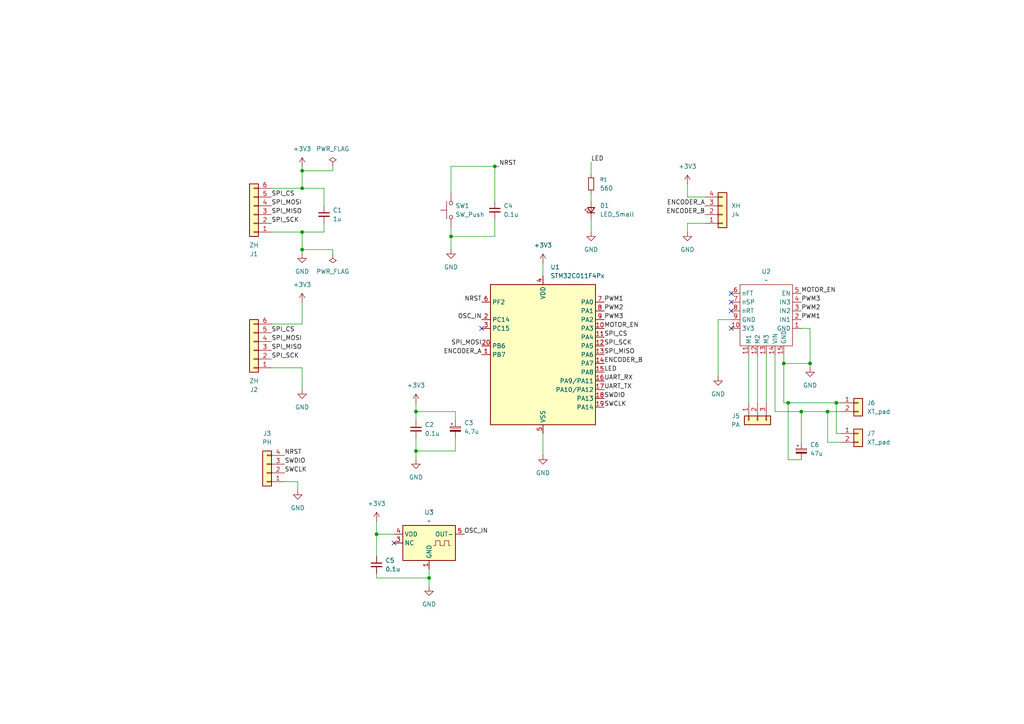
<source format=kicad_sch>
(kicad_sch (version 20250114) (generator "eeschema") (generator_version "9.0")
  (paper "A4")
  (lib_symbols
    (symbol "Connector_Generic:Conn_01x02" (pin_names (offset 1.016) (hide yes))
      (property "Reference" "J" (at 0 2.54 0))
      (property "Value" "Conn_01x02" (at 0 -5.08 0))
      (symbol "Conn_01x02_1_1"
        (rectangle (start -1.27 1.27) (end 1.27 -3.81) (stroke (width 0.254)) (fill (type background)))
        (rectangle (start -1.27 0.127) (end 0 -0.127) (stroke (width 0.1524)))
        (rectangle (start -1.27 -2.413) (end 0 -2.667) (stroke (width 0.1524)))
        (pin passive line (at -5.08 0 0) (length 3.81) (name "Pin_1") (number "1"))
        (pin passive line (at -5.08 -2.54 0) (length 3.81) (name "Pin_2") (number "2"))
      )
    )
    (symbol "Connector_Generic:Conn_01x03" (pin_names (offset 1.016) (hide yes))
      (property "Reference" "J" (at 0 5.08 0))
      (property "Value" "Conn_01x03" (at 0 -5.08 0))
      (symbol "Conn_01x03_1_1"
        (rectangle (start -1.27 3.81) (end 1.27 -3.81) (stroke (width 0.254)) (fill (type background)))
        (rectangle (start -1.27 2.667) (end 0 2.413) (stroke (width 0.1524)))
        (rectangle (start -1.27 0.127) (end 0 -0.127) (stroke (width 0.1524)))
        (rectangle (start -1.27 -2.413) (end 0 -2.667) (stroke (width 0.1524)))
        (pin passive line (at -5.08 2.54 0) (length 3.81) (name "Pin_1") (number "1"))
        (pin passive line (at -5.08 0 0) (length 3.81) (name "Pin_2") (number "2"))
        (pin passive line (at -5.08 -2.54 0) (length 3.81) (name "Pin_3") (number "3"))
      )
    )
    (symbol "Connector_Generic:Conn_01x04" (pin_names (offset 1.016) (hide yes))
      (property "Reference" "J" (at 0 5.08 0))
      (property "Value" "Conn_01x04" (at 0 -7.62 0))
      (symbol "Conn_01x04_1_1"
        (rectangle (start -1.27 3.81) (end 1.27 -6.35) (stroke (width 0.254)) (fill (type background)))
        (rectangle (start -1.27 2.667) (end 0 2.413) (stroke (width 0.1524)))
        (rectangle (start -1.27 0.127) (end 0 -0.127) (stroke (width 0.1524)))
        (rectangle (start -1.27 -2.413) (end 0 -2.667) (stroke (width 0.1524)))
        (rectangle (start -1.27 -4.953) (end 0 -5.207) (stroke (width 0.1524)))
        (pin passive line (at -5.08 2.54 0) (length 3.81) (name "Pin_1") (number "1"))
        (pin passive line (at -5.08 0 0) (length 3.81) (name "Pin_2") (number "2"))
        (pin passive line (at -5.08 -2.54 0) (length 3.81) (name "Pin_3") (number "3"))
        (pin passive line (at -5.08 -5.08 0) (length 3.81) (name "Pin_4") (number "4"))
      )
    )
    (symbol "Connector_Generic:Conn_01x06" (pin_names (offset 1.016) (hide yes))
      (property "Reference" "J" (at 0 7.62 0))
      (property "Value" "Conn_01x06" (at 0 -10.16 0))
      (symbol "Conn_01x06_1_1"
        (rectangle (start -1.27 6.35) (end 1.27 -8.89) (stroke (width 0.254)) (fill (type background)))
        (rectangle (start -1.27 5.207) (end 0 4.953) (stroke (width 0.1524)))
        (rectangle (start -1.27 2.667) (end 0 2.413) (stroke (width 0.1524)))
        (rectangle (start -1.27 0.127) (end 0 -0.127) (stroke (width 0.1524)))
        (rectangle (start -1.27 -2.413) (end 0 -2.667) (stroke (width 0.1524)))
        (rectangle (start -1.27 -4.953) (end 0 -5.207) (stroke (width 0.1524)))
        (rectangle (start -1.27 -7.493) (end 0 -7.747) (stroke (width 0.1524)))
        (pin passive line (at -5.08 5.08 0) (length 3.81) (name "Pin_1") (number "1"))
        (pin passive line (at -5.08 2.54 0) (length 3.81) (name "Pin_2") (number "2"))
        (pin passive line (at -5.08 0 0) (length 3.81) (name "Pin_3") (number "3"))
        (pin passive line (at -5.08 -2.54 0) (length 3.81) (name "Pin_4") (number "4"))
        (pin passive line (at -5.08 -5.08 0) (length 3.81) (name "Pin_5") (number "5"))
        (pin passive line (at -5.08 -7.62 0) (length 3.81) (name "Pin_6") (number "6"))
      )
    )
    (symbol "Device:C_Polarized_Small" (pin_numbers (hide yes)) (pin_names (offset 0.254) (hide yes))
      (property "Reference" "C" (at 0.254 1.778 0))
      (property "Value" "C_Polarized_Small" (at 0.254 -2.032 0))
      (symbol "C_Polarized_Small_0_1"
        (rectangle (start -1.524 0.6858) (end 1.524 0.3048))
        (rectangle (start -1.524 -0.3048) (end 1.524 -0.6858) (fill (type outline)))
        (polyline (pts (xy -1.27 1.524) (xy -0.762 1.524)))
        (polyline (pts (xy -1.016 1.27) (xy -1.016 1.778)))
      )
      (symbol "C_Polarized_Small_1_1"
        (pin passive line (at 0 2.54 270) (length 1.8542) (name "~") (number "1"))
        (pin passive line (at 0 -2.54 90) (length 1.8542) (name "~") (number "2"))
      )
    )
    (symbol "Device:C_Small" (pin_numbers (hide yes)) (pin_names (offset 0.254) (hide yes))
      (property "Reference" "C" (at 0.254 1.778 0))
      (property "Value" "C_Small" (at 0.254 -2.032 0))
      (symbol "C_Small_0_1"
        (polyline (pts (xy -1.524 0.508) (xy 1.524 0.508)) (stroke (width 0.3048)))
        (polyline (pts (xy -1.524 -0.508) (xy 1.524 -0.508)) (stroke (width 0.3302)))
      )
      (symbol "C_Small_1_1"
        (pin passive line (at 0 2.54 270) (length 2.032) (name "~") (number "1"))
        (pin passive line (at 0 -2.54 90) (length 2.032) (name "~") (number "2"))
      )
    )
    (symbol "Device:LED_Small" (pin_numbers (hide yes)) (pin_names (offset 0.254) (hide yes))
      (property "Reference" "D" (at -1.27 3.175 0))
      (property "Value" "LED_Small" (at -4.445 -2.54 0))
      (symbol "LED_Small_0_1"
        (polyline (pts (xy -0.762 -1.016) (xy -0.762 1.016)) (stroke (width 0.254)))
        (polyline (pts (xy 0 0.762) (xy -0.508 1.27) (xy -0.254 1.27) (xy -0.508 1.27) (xy -0.508 1.016)))
        (polyline (pts (xy 0.508 1.27) (xy 0 1.778) (xy 0.254 1.778) (xy 0 1.778) (xy 0 1.524)))
        (polyline (pts (xy 0.762 -1.016) (xy -0.762 0) (xy 0.762 1.016) (xy 0.762 -1.016)) (stroke (width 0.254)))
        (polyline (pts (xy 1.016 0) (xy -0.762 0)))
      )
      (symbol "LED_Small_1_1"
        (pin passive line (at -2.54 0 0) (length 1.778) (name "K") (number "1"))
        (pin passive line (at 2.54 0 180) (length 1.778) (name "A") (number "2"))
      )
    )
    (symbol "Device:R_Small" (pin_numbers (hide yes)) (pin_names (offset 0.254) (hide yes))
      (property "Reference" "R" (at 0 0 90))
      (property "Value" "R_Small" (at 1.778 0 90))
      (symbol "R_Small_0_1"
        (rectangle (start -0.762 1.778) (end 0.762 -1.778) (stroke (width 0.2032)))
      )
      (symbol "R_Small_1_1"
        (pin passive line (at 0 2.54 270) (length 0.762) (name "~") (number "1"))
        (pin passive line (at 0 -2.54 90) (length 0.762) (name "~") (number "2"))
      )
    )
    (symbol "Driver_Motor:SimpleFOCMini"
      (property "Reference" "U" (at 0 9.652 0))
      (symbol "SimpleFOCMini_0_1"
        (rectangle (start -7.62 7.62) (end 7.62 -10.16))
      )
      (symbol "SimpleFOCMini_1_1"
        (pin input line (at -10.16 5.08 0) (length 2.54) (name "nFT") (number "6"))
        (pin input line (at -10.16 2.54 0) (length 2.54) (name "nSP") (number "7"))
        (pin input line (at -10.16 0 0) (length 2.54) (name "nRT") (number "8"))
        (pin input line (at -10.16 -2.54 0) (length 2.54) (name "GND") (number "9"))
        (pin input line (at -10.16 -5.08 0) (length 2.54) (name "3V3") (number "10"))
        (pin input line (at -5.08 -12.7 90) (length 2.54) (name "M1") (number "11"))
        (pin input line (at -2.54 -12.7 90) (length 2.54) (name "M2") (number "12"))
        (pin input line (at 0 -12.7 90) (length 2.54) (name "M3") (number "13"))
        (pin input line (at 2.54 -12.7 90) (length 2.54) (name "VIN") (number "14"))
        (pin input line (at 5.08 -12.7 90) (length 2.54) (name "GND") (number "15"))
        (pin input line (at 10.16 5.08 180) (length 2.54) (name "EN") (number "5"))
        (pin input line (at 10.16 2.54 180) (length 2.54) (name "IN3") (number "4"))
        (pin input line (at 10.16 0 180) (length 2.54) (name "IN2") (number "3"))
        (pin input line (at 10.16 -2.54 180) (length 2.54) (name "IN1") (number "2"))
        (pin input line (at 10.16 -5.08 180) (length 2.54) (name "GND") (number "1"))
      )
    )
    (symbol "MCU_ST_STM32C0:STM32C011F4Px"
      (property "Reference" "U" (at -15.24 21.59 0))
      (property "Value" "STM32C011F4Px" (at 2.54 21.59 0))
      (symbol "STM32C011F4Px_0_1"
        (rectangle (start -15.24 -20.32) (end 15.24 20.32) (stroke (width 0.254)) (fill (type background)))
      )
      (symbol "STM32C011F4Px_1_1"
        (pin bidirectional line (at -17.78 15.24 0) (length 2.54) (name "PF2") (number "6"))
        (pin bidirectional line (at -17.78 10.16 0) (length 2.54) (name "PC14") (number "2"))
        (pin bidirectional line (at -17.78 7.62 0) (length 2.54) (name "PC15") (number "3"))
        (pin bidirectional line (at -17.78 2.54 0) (length 2.54) (name "PB6") (number "20"))
        (pin bidirectional line (at -17.78 0 0) (length 2.54) (name "PB7") (number "1"))
        (pin power_in line (at 0 22.86 270) (length 2.54) (name "VDD") (number "4"))
        (pin power_in line (at 0 -22.86 90) (length 2.54) (name "VSS") (number "5"))
        (pin bidirectional line (at 17.78 15.24 180) (length 2.54) (name "PA0") (number "7"))
        (pin bidirectional line (at 17.78 12.7 180) (length 2.54) (name "PA1") (number "8"))
        (pin bidirectional line (at 17.78 10.16 180) (length 2.54) (name "PA2") (number "9"))
        (pin bidirectional line (at 17.78 7.62 180) (length 2.54) (name "PA3") (number "10"))
        (pin bidirectional line (at 17.78 5.08 180) (length 2.54) (name "PA4") (number "11"))
        (pin bidirectional line (at 17.78 2.54 180) (length 2.54) (name "PA5") (number "12"))
        (pin bidirectional line (at 17.78 0 180) (length 2.54) (name "PA6") (number "13"))
        (pin bidirectional line (at 17.78 -2.54 180) (length 2.54) (name "PA7") (number "14"))
        (pin bidirectional line (at 17.78 -5.08 180) (length 2.54) (name "PA8") (number "15"))
        (pin bidirectional line (at 17.78 -7.62 180) (length 2.54) (name "PA9/PA11") (number "16"))
        (pin bidirectional line (at 17.78 -10.16 180) (length 2.54) (name "PA10/PA12") (number "17"))
        (pin bidirectional line (at 17.78 -12.7 180) (length 2.54) (name "PA13") (number "18"))
        (pin bidirectional line (at 17.78 -15.24 180) (length 2.54) (name "PA14") (number "19"))
      )
    )
    (symbol "Oscillator:SIT2001B"
      (property "Reference" "U" (at 0 6.35 0))
      (symbol "SIT2001B_0_1"
        (polyline (pts (xy 1.27 -0.762) (xy 1.905 -0.762) (xy 1.905 0.635) (xy 3.175 0.635) (xy 3.175 -0.762) (xy 4.445 -0.762) (xy 4.445 0.635) (xy 5.715 0.635) (xy 5.715 -0.762) (xy 6.223 -0.762)))
      )
      (symbol "SIT2001B_1_1"
        (rectangle (start -7.62 5.08) (end 7.62 -5.08) (stroke (width 0.254)) (fill (type background)))
        (pin passive line (at -10.16 2.54 0) (length 2.54) (name "VDD") (number "4"))
        (pin passive line (at -10.16 0 0) (length 2.54) (name "NC") (number "3"))
        (pin no_connect line (at -10.16 -2.54 0) (length 2.54) (hide yes) (name "NC") (number "2"))
        (pin passive line (at 0 -7.62 90) (length 2.54) (name "GND") (number "1"))
        (pin output line (at 10.16 2.54 180) (length 2.54) (name "OUT-") (number "5"))
      )
    )
    (symbol "Switch:SW_Push" (pin_numbers (hide yes)) (pin_names (offset 1.016) (hide yes))
      (property "Reference" "SW" (at 1.27 2.54 0))
      (property "Value" "SW_Push" (at 0 -1.524 0))
      (symbol "SW_Push_0_1"
        (circle (center -2.032 0) (radius 0.508))
        (polyline (pts (xy 0 1.27) (xy 0 3.048)))
        (circle (center 2.032 0) (radius 0.508))
        (polyline (pts (xy 2.54 1.27) (xy -2.54 1.27)))
        (pin passive line (at -5.08 0 0) (length 2.54) (name "1") (number "1"))
        (pin passive line (at 5.08 0 180) (length 2.54) (name "2") (number "2"))
      )
    )
    (symbol "power:+3V3" (power) (pin_numbers (hide yes)) (pin_names (offset 0) (hide yes))
      (property "Value" "+3V3" (at 0 3.556 0))
      (symbol "+3V3_0_1"
        (polyline (pts (xy -0.762 1.27) (xy 0 2.54)))
        (polyline (pts (xy 0 2.54) (xy 0.762 1.27)))
        (polyline (pts (xy 0 0) (xy 0 2.54)))
      )
      (symbol "+3V3_1_1"
        (pin power_in line (at 0 0 90) (length 0) (name "~") (number "1"))
      )
    )
    (symbol "power:GND" (power) (pin_numbers (hide yes)) (pin_names (offset 0) (hide yes))
      (property "Value" "GND" (at 0 -3.81 0))
      (symbol "GND_0_1"
        (polyline (pts (xy 0 0) (xy 0 -1.27) (xy 1.27 -1.27) (xy 0 -2.54) (xy -1.27 -1.27) (xy 0 -1.27)))
      )
      (symbol "GND_1_1"
        (pin power_in line (at 0 0 270) (length 0) (name "~") (number "1"))
      )
    )
    (symbol "power:PWR_FLAG" (power) (pin_numbers (hide yes)) (pin_names (offset 0) (hide yes))
      (property "Value" "PWR_FLAG" (at 0 3.81 0))
      (symbol "PWR_FLAG_0_0"
        (pin power_out line (at 0 0 90) (length 0) (name "~") (number "1"))
      )
      (symbol "PWR_FLAG_0_1"
        (polyline (pts (xy 0 0) (xy 0 1.27) (xy -1.016 1.905) (xy 0 2.54) (xy 1.016 1.905) (xy 0 1.27)))
      )
    )
  )
  (junction (at 87.63 72.39))
  (junction (at 130.81 68.58))
  (junction (at 87.63 67.31))
  (junction (at 124.46 167.64))
  (junction (at 232.41 119.38))
  (junction (at 109.22 154.94))
  (junction (at 143.51 48.26))
  (junction (at 242.57 116.84))
  (junction (at 120.65 130.81))
  (junction (at 234.95 105.41))
  (junction (at 87.63 49.53))
  (junction (at 120.65 119.38))
  (junction (at 87.63 54.61))
  (junction (at 240.03 119.38))
  (junction (at 227.33 105.41))
  (junction (at 228.6 116.84))
  (no_connect (at 114.3 157.48))
  (no_connect (at 212.09 95.25))
  (no_connect (at 212.09 90.17))
  (no_connect (at 212.09 85.09))
  (no_connect (at 212.09 87.63))
  (no_connect (at 139.7 95.25))
  (wire (pts (xy 143.51 63.5) (xy 143.51 68.58)))
  (wire (pts (xy 228.6 116.84) (xy 242.57 116.84)))
  (wire (pts (xy 87.63 106.68) (xy 87.63 113.03)))
  (wire (pts (xy 130.81 66.04) (xy 130.81 68.58)))
  (wire (pts (xy 132.08 119.38) (xy 120.65 119.38)))
  (wire (pts (xy 96.52 48.26) (xy 96.52 49.53)))
  (wire (pts (xy 87.63 49.53) (xy 87.63 54.61)))
  (wire (pts (xy 208.28 92.71) (xy 212.09 92.71)))
  (wire (pts (xy 208.28 92.71) (xy 208.28 109.22)))
  (wire (pts (xy 86.36 142.24) (xy 86.36 139.7)))
  (wire (pts (xy 109.22 154.94) (xy 114.3 154.94)))
  (wire (pts (xy 199.39 57.15) (xy 204.47 57.15)))
  (wire (pts (xy 243.84 125.73) (xy 242.57 125.73)))
  (wire (pts (xy 240.03 128.27) (xy 240.03 119.38)))
  (wire (pts (xy 93.98 64.77) (xy 93.98 67.31)))
  (wire (pts (xy 234.95 95.25) (xy 234.95 105.41)))
  (wire (pts (xy 96.52 72.39) (xy 87.63 72.39)))
  (wire (pts (xy 109.22 151.13) (xy 109.22 154.94)))
  (wire (pts (xy 87.63 54.61) (xy 78.74 54.61)))
  (wire (pts (xy 227.33 105.41) (xy 227.33 116.84)))
  (wire (pts (xy 130.81 68.58) (xy 130.81 72.39)))
  (wire (pts (xy 86.36 139.7) (xy 82.55 139.7)))
  (wire (pts (xy 120.65 127) (xy 120.65 130.81)))
  (wire (pts (xy 87.63 87.63) (xy 87.63 93.98)))
  (wire (pts (xy 78.74 67.31) (xy 87.63 67.31)))
  (wire (pts (xy 157.48 76.2) (xy 157.48 80.01)))
  (wire (pts (xy 124.46 167.64) (xy 124.46 170.18)))
  (wire (pts (xy 144.78 48.26) (xy 143.51 48.26)))
  (wire (pts (xy 120.65 130.81) (xy 120.65 133.35)))
  (wire (pts (xy 227.33 105.41) (xy 234.95 105.41)))
  (wire (pts (xy 124.46 165.1) (xy 124.46 167.64)))
  (wire (pts (xy 199.39 53.34) (xy 199.39 57.15)))
  (wire (pts (xy 93.98 54.61) (xy 93.98 59.69)))
  (wire (pts (xy 234.95 105.41) (xy 234.95 106.68)))
  (wire (pts (xy 93.98 67.31) (xy 87.63 67.31)))
  (wire (pts (xy 143.51 48.26) (xy 143.51 58.42)))
  (wire (pts (xy 232.41 119.38) (xy 240.03 119.38)))
  (wire (pts (xy 232.41 119.38) (xy 232.41 128.27)))
  (wire (pts (xy 87.63 67.31) (xy 87.63 72.39)))
  (wire (pts (xy 224.79 119.38) (xy 232.41 119.38)))
  (wire (pts (xy 132.08 121.92) (xy 132.08 119.38)))
  (wire (pts (xy 232.41 95.25) (xy 234.95 95.25)))
  (wire (pts (xy 87.63 54.61) (xy 93.98 54.61)))
  (wire (pts (xy 227.33 102.87) (xy 227.33 105.41)))
  (wire (pts (xy 96.52 73.66) (xy 96.52 72.39)))
  (wire (pts (xy 171.45 55.88) (xy 171.45 58.42)))
  (wire (pts (xy 227.33 116.84) (xy 228.6 116.84)))
  (wire (pts (xy 242.57 116.84) (xy 243.84 116.84)))
  (wire (pts (xy 219.71 102.87) (xy 219.71 116.84)))
  (wire (pts (xy 120.65 119.38) (xy 120.65 121.92)))
  (wire (pts (xy 157.48 125.73) (xy 157.48 132.08)))
  (wire (pts (xy 120.65 116.84) (xy 120.65 119.38)))
  (wire (pts (xy 78.74 106.68) (xy 87.63 106.68)))
  (wire (pts (xy 232.41 133.35) (xy 228.6 133.35)))
  (wire (pts (xy 199.39 64.77) (xy 204.47 64.77)))
  (wire (pts (xy 130.81 48.26) (xy 130.81 55.88)))
  (wire (pts (xy 109.22 166.37) (xy 109.22 167.64)))
  (wire (pts (xy 109.22 167.64) (xy 124.46 167.64)))
  (wire (pts (xy 199.39 67.31) (xy 199.39 64.77)))
  (wire (pts (xy 240.03 119.38) (xy 243.84 119.38)))
  (wire (pts (xy 132.08 130.81) (xy 120.65 130.81)))
  (wire (pts (xy 143.51 48.26) (xy 130.81 48.26)))
  (wire (pts (xy 87.63 48.26) (xy 87.63 49.53)))
  (wire (pts (xy 87.63 93.98) (xy 78.74 93.98)))
  (wire (pts (xy 217.17 102.87) (xy 217.17 116.84)))
  (wire (pts (xy 243.84 128.27) (xy 240.03 128.27)))
  (wire (pts (xy 87.63 72.39) (xy 87.63 73.66)))
  (wire (pts (xy 109.22 154.94) (xy 109.22 161.29)))
  (wire (pts (xy 171.45 46.99) (xy 171.45 50.8)))
  (wire (pts (xy 222.25 102.87) (xy 222.25 116.84)))
  (wire (pts (xy 171.45 63.5) (xy 171.45 67.31)))
  (wire (pts (xy 143.51 68.58) (xy 130.81 68.58)))
  (wire (pts (xy 242.57 125.73) (xy 242.57 116.84)))
  (wire (pts (xy 132.08 127) (xy 132.08 130.81)))
  (wire (pts (xy 96.52 49.53) (xy 87.63 49.53)))
  (wire (pts (xy 224.79 102.87) (xy 224.79 119.38)))
  (wire (pts (xy 228.6 116.84) (xy 228.6 133.35)))
  (label "MOTOR_EN" (at 232.41 85.09 0))
  (label "SWCLK" (at 175.26 118.11 0))
  (label "NRST" (at 82.55 132.08 0))
  (label "SWDIO" (at 175.26 115.57 0))
  (label "SPI_SCK" (at 175.26 100.33 0))
  (label "ENCODER_B" (at 175.26 105.41 0))
  (label "ENCODER_A" (at 139.7 102.87 180))
  (label "SPI_MOSI" (at 78.74 59.69 0))
  (label "SWDIO" (at 82.55 134.62 0))
  (label "PWM3" (at 232.41 87.63 0))
  (label "PWM2" (at 232.41 90.17 0))
  (label "LED" (at 171.45 46.99 0))
  (label "MOTOR_EN" (at 175.26 95.25 0))
  (label "SPI_MOSI" (at 78.74 99.06 0))
  (label "PWM1" (at 232.41 92.71 0))
  (label "PWM3" (at 175.26 92.71 0))
  (label "OSC_IN" (at 139.7 92.71 180))
  (label "SPI_MOSI" (at 139.7 100.33 180))
  (label "SPI_MISO" (at 78.74 101.6 0))
  (label "ENCODER_A" (at 204.47 59.69 180))
  (label "SPI_MISO" (at 175.26 102.87 0))
  (label "PWM2" (at 175.26 90.17 0))
  (label "NRST" (at 139.7 87.63 180))
  (label "SPI_CS" (at 78.74 96.52 0))
  (label "OSC_IN" (at 134.62 154.94 0))
  (label "NRST" (at 144.78 48.26 0))
  (label "UART_RX" (at 175.26 110.49 0))
  (label "SWCLK" (at 82.55 137.16 0))
  (label "SPI_SCK" (at 78.74 104.14 0))
  (label "SPI_CS" (at 175.26 97.79 0))
  (label "PWM1" (at 175.26 87.63 0))
  (label "SPI_MISO" (at 78.74 62.23 0))
  (label "LED" (at 175.26 107.95 0))
  (label "SPI_CS" (at 78.74 57.15 0))
  (label "UART_TX" (at 175.26 113.03 0))
  (label "ENCODER_B" (at 204.47 62.23 180))
  (label "SPI_SCK" (at 78.74 64.77 0))
  (symbol (lib_id "Connector_Generic:Conn_01x06") (at 73.66 62.23 180) (unit 1)
    (property "Reference" "J1" (at 73.66 73.66 0))
    (property "Value" "ZH" (at 73.66 71.12 0))
    (property "Description" "Generic connector, single row, 01x06, script generated (kicad-library-utils/schlib/autogen/connector/)" (effects (hide yes)))
  )
  (symbol (lib_id "power:+3V3") (at 109.22 151.13 0) (unit 1)
    (property "Reference" "#PWR016" (effects (hide yes)))
    (property "Value" "+3V3" (at 109.22 146.05 0))
    (property "Description" "Power symbol creates a global label with name \"+3V3\"" (effects (hide yes)))
  )
  (symbol (lib_id "Device:C_Small") (at 120.65 124.46 0) (unit 1)
    (property "Reference" "C2" (at 123.19 123.1962 0) (effects (justify left)))
    (property "Value" "0.1u" (at 123.19 125.7362 0) (effects (justify left)))
    (property "Description" "Unpolarized capacitor, small symbol" (effects (hide yes)))
  )
  (symbol (lib_id "power:GND") (at 234.95 106.68 0) (unit 1)
    (property "Reference" "#PWR015" (effects (hide yes)))
    (property "Value" "GND" (at 234.95 111.76 0))
    (property "Description" "Power symbol creates a global label with name \"GND\" , ground" (effects (hide yes)))
  )
  (symbol (lib_id "power:+3V3") (at 87.63 48.26 0) (unit 1)
    (property "Reference" "#PWR02" (effects (hide yes)))
    (property "Value" "+3V3" (at 87.63 43.18 0))
    (property "Description" "Power symbol creates a global label with name \"+3V3\"" (effects (hide yes)))
  )
  (symbol (lib_id "MCU_ST_STM32C0:STM32C011F4Px") (at 157.48 102.87 0) (unit 1)
    (property "Reference" "U1" (at 159.6233 77.47 0) (effects (justify left)))
    (property "Value" "STM32C011F4Px" (at 159.6233 80.01 0) (effects (justify left)))
    (property "Footprint" "Package_SO:TSSOP-20_4.4x6.5mm_P0.65mm" (effects (hide yes)))
    (property "Datasheet" "https://www.st.com/resource/en/datasheet/stm32c011f4.pdf" (effects (hide yes)))
    (property "Description" "STMicroelectronics Arm Cortex-M0+ MCU, 16KB flash, 6KB RAM, 48 MHz, 2.0-3.6V, 18 GPIO, TSSOP20" (effects (hide yes)))
  )
  (symbol (lib_id "Device:C_Polarized_Small") (at 132.08 124.46 0) (unit 1)
    (property "Reference" "C3" (at 134.62 122.6438 0) (effects (justify left)))
    (property "Value" "4.7u" (at 134.62 125.1838 0) (effects (justify left)))
    (property "Description" "Polarized capacitor, small symbol" (effects (hide yes)))
  )
  (symbol (lib_id "power:+3V3") (at 120.65 116.84 0) (unit 1)
    (property "Reference" "#PWR06" (effects (hide yes)))
    (property "Value" "+3V3" (at 120.65 111.76 0))
    (property "Description" "Power symbol creates a global label with name \"+3V3\"" (effects (hide yes)))
  )
  (symbol (lib_id "power:GND") (at 87.63 73.66 0) (unit 1)
    (property "Reference" "#PWR03" (effects (hide yes)))
    (property "Value" "GND" (at 87.63 78.74 0))
    (property "Description" "Power symbol creates a global label with name \"GND\" , ground" (effects (hide yes)))
  )
  (symbol (lib_id "Device:LED_Small") (at 171.45 60.96 90) (unit 1)
    (property "Reference" "D1" (at 173.99 59.6264 90) (effects (justify right)))
    (property "Value" "LED_Small" (at 173.99 62.1664 90) (effects (justify right)))
    (property "Description" "Light emitting diode, small symbol" (effects (hide yes)))
    (property "Sim.Pin" "1=K 2=A" (effects (hide yes)))
  )
  (symbol (lib_id "power:+3V3") (at 199.39 53.34 0) (unit 1)
    (property "Reference" "#PWR012" (effects (hide yes)))
    (property "Value" "+3V3" (at 199.39 48.26 0))
    (property "Description" "Power symbol creates a global label with name \"+3V3\"" (effects (hide yes)))
  )
  (symbol (lib_id "Connector_Generic:Conn_01x04") (at 77.47 137.16 180) (unit 1)
    (property "Reference" "J3" (at 77.47 125.73 0))
    (property "Value" "PH" (at 77.47 128.27 0))
    (property "Description" "Generic connector, single row, 01x04, script generated (kicad-library-utils/schlib/autogen/connector/)" (effects (hide yes)))
  )
  (symbol (lib_id "Device:C_Small") (at 143.51 60.96 0) (unit 1)
    (property "Reference" "C4" (at 146.05 59.6962 0) (effects (justify left)))
    (property "Value" "0.1u" (at 146.05 62.2362 0) (effects (justify left)))
    (property "Description" "Unpolarized capacitor, small symbol" (effects (hide yes)))
  )
  (symbol (lib_id "Switch:SW_Push") (at 130.81 60.96 90) (unit 1)
    (property "Reference" "SW1" (at 132.08 59.6899 90) (effects (justify right)))
    (property "Value" "SW_Push" (at 132.08 62.2299 90) (effects (justify right)))
    (property "Description" "Push button switch, generic, two pins" (effects (hide yes)))
  )
  (symbol (lib_id "power:+3V3") (at 157.48 76.2 0) (unit 1)
    (property "Reference" "#PWR09" (effects (hide yes)))
    (property "Value" "+3V3" (at 157.48 71.12 0))
    (property "Description" "Power symbol creates a global label with name \"+3V3\"" (effects (hide yes)))
  )
  (symbol (lib_id "power:GND") (at 86.36 142.24 0) (unit 1)
    (property "Reference" "#PWR01" (effects (hide yes)))
    (property "Value" "GND" (at 86.36 147.32 0))
    (property "Description" "Power symbol creates a global label with name \"GND\" , ground" (effects (hide yes)))
  )
  (symbol (lib_id "Device:C_Small") (at 109.22 163.83 0) (unit 1)
    (property "Reference" "C5" (at 111.76 162.5662 0) (effects (justify left)))
    (property "Value" "0.1u" (at 111.76 165.1062 0) (effects (justify left)))
    (property "Description" "Unpolarized capacitor, small symbol" (effects (hide yes)))
  )
  (symbol (lib_id "Device:C_Small") (at 93.98 62.23 0) (unit 1)
    (property "Reference" "C1" (at 96.52 60.9662 0) (effects (justify left)))
    (property "Value" "1u" (at 96.52 63.5062 0) (effects (justify left)))
    (property "Description" "Unpolarized capacitor, small symbol" (effects (hide yes)))
  )
  (symbol (lib_id "power:PWR_FLAG") (at 96.52 73.66 180) (unit 1)
    (property "Reference" "#FLG02" (effects (hide yes)))
    (property "Value" "PWR_FLAG" (at 96.52 78.74 0))
    (property "Description" "Special symbol for telling ERC where power comes from" (effects (hide yes)))
  )
  (symbol (lib_id "power:GND") (at 124.46 170.18 0) (unit 1)
    (property "Reference" "#PWR017" (effects (hide yes)))
    (property "Value" "GND" (at 124.46 175.26 0))
    (property "Description" "Power symbol creates a global label with name \"GND\" , ground" (effects (hide yes)))
  )
  (symbol (lib_id "power:GND") (at 87.63 113.03 0) (unit 1)
    (property "Reference" "#PWR05" (effects (hide yes)))
    (property "Value" "GND" (at 87.63 118.11 0))
    (property "Description" "Power symbol creates a global label with name \"GND\" , ground" (effects (hide yes)))
  )
  (symbol (lib_id "Connector_Generic:Conn_01x02") (at 248.92 125.73 0) (unit 1)
    (property "Reference" "J7" (at 251.46 125.7299 0) (effects (justify left)))
    (property "Value" "XT_pad" (at 251.46 128.2699 0) (effects (justify left)))
    (property "Description" "Generic connector, single row, 01x02, script generated (kicad-library-utils/schlib/autogen/connector/)" (effects (hide yes)))
  )
  (symbol (lib_id "power:GND") (at 130.81 72.39 0) (unit 1)
    (property "Reference" "#PWR08" (effects (hide yes)))
    (property "Value" "GND" (at 130.81 77.47 0))
    (property "Description" "Power symbol creates a global label with name \"GND\" , ground" (effects (hide yes)))
  )
  (symbol (lib_id "Device:R_Small") (at 171.45 53.34 0) (unit 1)
    (property "Reference" "R1" (at 173.99 52.0699 0) (effects (font (size 1.016 1.016)) (justify left)))
    (property "Value" "560" (at 173.99 54.6099 0) (effects (justify left)))
    (property "Description" "Resistor, small symbol" (effects (hide yes)))
  )
  (symbol (lib_id "Oscillator:SIT2001B") (at 124.46 157.48 0) (unit 1)
    (property "Reference" "U3" (at 124.46 148.59 0))
    (property "Value" "~" (at 124.46 151.13 0))
  )
  (symbol (lib_id "power:GND") (at 157.48 132.08 0) (unit 1)
    (property "Reference" "#PWR010" (effects (hide yes)))
    (property "Value" "GND" (at 157.48 137.16 0))
    (property "Description" "Power symbol creates a global label with name \"GND\" , ground" (effects (hide yes)))
  )
  (symbol (lib_id "Driver_Motor:SimpleFOCMini") (at 222.25 90.17 0) (unit 1)
    (property "Reference" "U2" (at 222.25 78.74 0))
    (property "Value" "~" (at 222.25 81.28 0))
  )
  (symbol (lib_id "Connector_Generic:Conn_01x02") (at 248.92 116.84 0) (unit 1)
    (property "Reference" "J6" (at 251.46 116.8399 0) (effects (justify left)))
    (property "Value" "XT_pad" (at 251.46 119.3799 0) (effects (justify left)))
    (property "Description" "Generic connector, single row, 01x02, script generated (kicad-library-utils/schlib/autogen/connector/)" (effects (hide yes)))
  )
  (symbol (lib_id "power:PWR_FLAG") (at 96.52 48.26 0) (unit 1)
    (property "Reference" "#FLG01" (effects (hide yes)))
    (property "Value" "PWR_FLAG" (at 96.52 43.18 0))
    (property "Description" "Special symbol for telling ERC where power comes from" (effects (hide yes)))
  )
  (symbol (lib_id "Connector_Generic:Conn_01x04") (at 209.55 62.23 0) (mirror x) (unit 1)
    (property "Reference" "J4" (at 212.09 62.2301 0) (effects (justify left)))
    (property "Value" "XH" (at 212.09 59.6901 0) (effects (justify left)))
    (property "Description" "Generic connector, single row, 01x04, script generated (kicad-library-utils/schlib/autogen/connector/)" (effects (hide yes)))
  )
  (symbol (lib_id "Device:C_Polarized_Small") (at 232.41 130.81 0) (unit 1)
    (property "Reference" "C6" (at 234.95 128.9938 0) (effects (justify left)))
    (property "Value" "47u" (at 234.95 131.5338 0) (effects (justify left)))
    (property "Description" "Polarized capacitor, small symbol" (effects (hide yes)))
  )
  (symbol (lib_id "power:GND") (at 171.45 67.31 0) (unit 1)
    (property "Reference" "#PWR011" (effects (hide yes)))
    (property "Value" "GND" (at 171.45 72.39 0))
    (property "Description" "Power symbol creates a global label with name \"GND\" , ground" (effects (hide yes)))
  )
  (symbol (lib_id "power:GND") (at 208.28 109.22 0) (unit 1)
    (property "Reference" "#PWR014" (effects (hide yes)))
    (property "Value" "GND" (at 208.28 114.3 0))
    (property "Description" "Power symbol creates a global label with name \"GND\" , ground" (effects (hide yes)))
  )
  (symbol (lib_id "Connector_Generic:Conn_01x06") (at 73.66 101.6 180) (unit 1)
    (property "Reference" "J2" (at 73.66 113.03 0))
    (property "Value" "ZH" (at 73.66 110.49 0))
    (property "Description" "Generic connector, single row, 01x06, script generated (kicad-library-utils/schlib/autogen/connector/)" (effects (hide yes)))
  )
  (symbol (lib_id "power:GND") (at 199.39 67.31 0) (unit 1)
    (property "Reference" "#PWR013" (effects (hide yes)))
    (property "Value" "GND" (at 199.39 72.39 0))
    (property "Description" "Power symbol creates a global label with name \"GND\" , ground" (effects (hide yes)))
  )
  (symbol (lib_id "Connector_Generic:Conn_01x03") (at 219.71 121.92 90) (mirror x) (unit 1)
    (property "Reference" "J5" (at 214.63 120.6499 90) (effects (justify left)))
    (property "Value" "PA" (at 214.63 123.1899 90) (effects (justify left)))
    (property "Description" "Generic connector, single row, 01x03, script generated (kicad-library-utils/schlib/autogen/connector/)" (effects (hide yes)))
  )
  (symbol (lib_id "power:+3V3") (at 87.63 87.63 0) (unit 1)
    (property "Reference" "#PWR04" (effects (hide yes)))
    (property "Value" "+3V3" (at 87.63 82.55 0))
    (property "Description" "Power symbol creates a global label with name \"+3V3\"" (effects (hide yes)))
  )
  (symbol (lib_id "power:GND") (at 120.65 133.35 0) (unit 1)
    (property "Reference" "#PWR07" (effects (hide yes)))
    (property "Value" "GND" (at 120.65 138.43 0))
    (property "Description" "Power symbol creates a global label with name \"GND\" , ground" (effects (hide yes)))
  )
)
</source>
